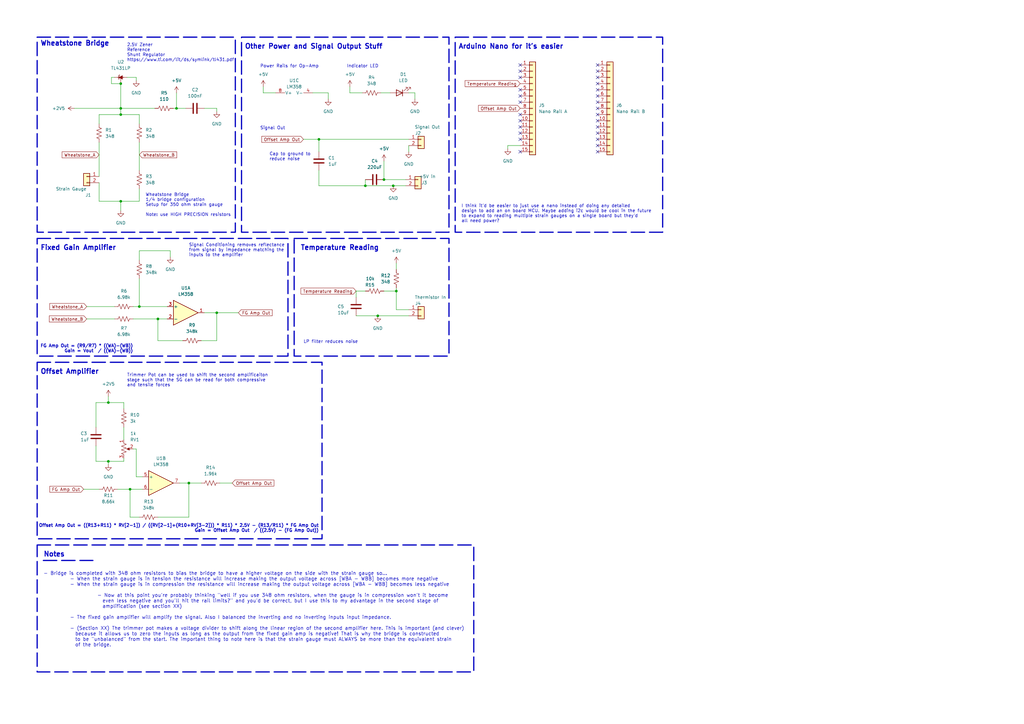
<source format=kicad_sch>
(kicad_sch (version 20230121) (generator eeschema)
  (paper "A3")
  (lib_symbols
    (symbol "Amplifier_Operational:LM358" (pin_names (offset 0.127))
      (property "Reference" "U" (at 0 5.08 0))
      (property "Value" "LM358" (at 0 -5.08 0))
      (symbol "LM358_1_1"
        (polyline (pts (xy -5.08 5.08) (xy 5.08 0) (xy -5.08 -5.08) (xy -5.08 5.08)) (stroke (width 0.254)) (fill (type background)))
        (pin output line (at 7.62 0 180) (length 2.54) (name "~") (number "1"))
        (pin input line (at -7.62 -2.54 0) (length 2.54) (name "-") (number "2"))
        (pin input line (at -7.62 2.54 0) (length 2.54) (name "+") (number "3"))
      )
      (symbol "LM358_2_1"
        (polyline (pts (xy -5.08 5.08) (xy 5.08 0) (xy -5.08 -5.08) (xy -5.08 5.08)) (stroke (width 0.254)) (fill (type background)))
        (pin input line (at -7.62 2.54 0) (length 2.54) (name "+") (number "5"))
        (pin input line (at -7.62 -2.54 0) (length 2.54) (name "-") (number "6"))
        (pin output line (at 7.62 0 180) (length 2.54) (name "~") (number "7"))
      )
      (symbol "LM358_3_1"
        (pin power_in line (at -2.54 -7.62 90) (length 3.81) (name "V-") (number "4"))
        (pin power_in line (at -2.54 7.62 270) (length 3.81) (name "V+") (number "8"))
      )
    )
    (symbol "Connector_Generic:Conn_01x02" (pin_names (offset 1.016) hide)
      (property "Reference" "J" (at 0 2.54 0))
      (property "Value" "Conn_01x02" (at 0 -5.08 0))
      (symbol "Conn_01x02_1_1"
        (rectangle (start -1.27 -2.413) (end 0 -2.667) (stroke (width 0.1524)))
        (rectangle (start -1.27 0.127) (end 0 -0.127) (stroke (width 0.1524)))
        (rectangle (start -1.27 1.27) (end 1.27 -3.81) (stroke (width 0.254)) (fill (type background)))
        (pin passive line (at -5.08 0 0) (length 3.81) (name "Pin_1") (number "1"))
        (pin passive line (at -5.08 -2.54 0) (length 3.81) (name "Pin_2") (number "2"))
      )
    )
    (symbol "Connector_Generic:Conn_01x15" (pin_names (offset 1.016) hide)
      (property "Reference" "J" (at 0 20.32 0))
      (property "Value" "Conn_01x15" (at 0 -20.32 0))
      (symbol "Conn_01x15_1_1"
        (rectangle (start -1.27 -17.653) (end 0 -17.907) (stroke (width 0.1524)))
        (rectangle (start -1.27 -15.113) (end 0 -15.367) (stroke (width 0.1524)))
        (rectangle (start -1.27 -12.573) (end 0 -12.827) (stroke (width 0.1524)))
        (rectangle (start -1.27 -10.033) (end 0 -10.287) (stroke (width 0.1524)))
        (rectangle (start -1.27 -7.493) (end 0 -7.747) (stroke (width 0.1524)))
        (rectangle (start -1.27 -4.953) (end 0 -5.207) (stroke (width 0.1524)))
        (rectangle (start -1.27 -2.413) (end 0 -2.667) (stroke (width 0.1524)))
        (rectangle (start -1.27 0.127) (end 0 -0.127) (stroke (width 0.1524)))
        (rectangle (start -1.27 2.667) (end 0 2.413) (stroke (width 0.1524)))
        (rectangle (start -1.27 5.207) (end 0 4.953) (stroke (width 0.1524)))
        (rectangle (start -1.27 7.747) (end 0 7.493) (stroke (width 0.1524)))
        (rectangle (start -1.27 10.287) (end 0 10.033) (stroke (width 0.1524)))
        (rectangle (start -1.27 12.827) (end 0 12.573) (stroke (width 0.1524)))
        (rectangle (start -1.27 15.367) (end 0 15.113) (stroke (width 0.1524)))
        (rectangle (start -1.27 17.907) (end 0 17.653) (stroke (width 0.1524)))
        (rectangle (start -1.27 19.05) (end 1.27 -19.05) (stroke (width 0.254)) (fill (type background)))
        (pin passive line (at -5.08 17.78 0) (length 3.81) (name "Pin_1") (number "1"))
        (pin passive line (at -5.08 -5.08 0) (length 3.81) (name "Pin_10") (number "10"))
        (pin passive line (at -5.08 -7.62 0) (length 3.81) (name "Pin_11") (number "11"))
        (pin passive line (at -5.08 -10.16 0) (length 3.81) (name "Pin_12") (number "12"))
        (pin passive line (at -5.08 -12.7 0) (length 3.81) (name "Pin_13") (number "13"))
        (pin passive line (at -5.08 -15.24 0) (length 3.81) (name "Pin_14") (number "14"))
        (pin passive line (at -5.08 -17.78 0) (length 3.81) (name "Pin_15") (number "15"))
        (pin passive line (at -5.08 15.24 0) (length 3.81) (name "Pin_2") (number "2"))
        (pin passive line (at -5.08 12.7 0) (length 3.81) (name "Pin_3") (number "3"))
        (pin passive line (at -5.08 10.16 0) (length 3.81) (name "Pin_4") (number "4"))
        (pin passive line (at -5.08 7.62 0) (length 3.81) (name "Pin_5") (number "5"))
        (pin passive line (at -5.08 5.08 0) (length 3.81) (name "Pin_6") (number "6"))
        (pin passive line (at -5.08 2.54 0) (length 3.81) (name "Pin_7") (number "7"))
        (pin passive line (at -5.08 0 0) (length 3.81) (name "Pin_8") (number "8"))
        (pin passive line (at -5.08 -2.54 0) (length 3.81) (name "Pin_9") (number "9"))
      )
    )
    (symbol "Device:C" (pin_numbers hide) (pin_names (offset 0.254))
      (property "Reference" "C" (at 0.635 2.54 0))
      (property "Value" "C" (at 0.635 -2.54 0))
      (symbol "C_0_1"
        (polyline (pts (xy -2.032 -0.762) (xy 2.032 -0.762)) (stroke (width 0.508)))
        (polyline (pts (xy -2.032 0.762) (xy 2.032 0.762)) (stroke (width 0.508)))
      )
      (symbol "C_1_1"
        (pin passive line (at 0 3.81 270) (length 2.794) (name "~") (number "1"))
        (pin passive line (at 0 -3.81 90) (length 2.794) (name "~") (number "2"))
      )
    )
    (symbol "Device:LED" (pin_numbers hide) (pin_names (offset 1.016) hide)
      (property "Reference" "D" (at 0 2.54 0))
      (property "Value" "LED" (at 0 -2.54 0))
      (symbol "LED_0_1"
        (polyline (pts (xy -1.27 -1.27) (xy -1.27 1.27)) (stroke (width 0.254)))
        (polyline (pts (xy -1.27 0) (xy 1.27 0)))
        (polyline (pts (xy 1.27 -1.27) (xy 1.27 1.27) (xy -1.27 0) (xy 1.27 -1.27)) (stroke (width 0.254)))
        (polyline (pts (xy -3.048 -0.762) (xy -4.572 -2.286) (xy -3.81 -2.286) (xy -4.572 -2.286) (xy -4.572 -1.524)))
        (polyline (pts (xy -1.778 -0.762) (xy -3.302 -2.286) (xy -2.54 -2.286) (xy -3.302 -2.286) (xy -3.302 -1.524)))
      )
      (symbol "LED_1_1"
        (pin passive line (at -3.81 0 0) (length 2.54) (name "K") (number "1"))
        (pin passive line (at 3.81 0 180) (length 2.54) (name "A") (number "2"))
      )
    )
    (symbol "Device:R_Potentiometer_US" (pin_names (offset 1.016) hide)
      (property "Reference" "RV" (at -4.445 0 90))
      (property "Value" "R_Potentiometer_US" (at -2.54 0 90))
      (symbol "R_Potentiometer_US_0_1"
        (polyline (pts (xy 0 -2.286) (xy 0 -2.54)))
        (polyline (pts (xy 0 2.54) (xy 0 2.286)))
        (polyline (pts (xy 2.54 0) (xy 1.524 0)))
        (polyline (pts (xy 1.143 0) (xy 2.286 0.508) (xy 2.286 -0.508) (xy 1.143 0)) (fill (type outline)))
        (polyline (pts (xy 0 -0.762) (xy 1.016 -1.143) (xy 0 -1.524) (xy -1.016 -1.905) (xy 0 -2.286)))
        (polyline (pts (xy 0 0.762) (xy 1.016 0.381) (xy 0 0) (xy -1.016 -0.381) (xy 0 -0.762)))
        (polyline (pts (xy 0 2.286) (xy 1.016 1.905) (xy 0 1.524) (xy -1.016 1.143) (xy 0 0.762)))
      )
      (symbol "R_Potentiometer_US_1_1"
        (pin passive line (at 0 3.81 270) (length 1.27) (name "1") (number "1"))
        (pin passive line (at 3.81 0 180) (length 1.27) (name "2") (number "2"))
        (pin passive line (at 0 -3.81 90) (length 1.27) (name "3") (number "3"))
      )
    )
    (symbol "Device:R_US" (pin_numbers hide) (pin_names (offset 0))
      (property "Reference" "R" (at 2.54 0 90))
      (property "Value" "R_US" (at -2.54 0 90))
      (symbol "R_US_0_1"
        (polyline (pts (xy 0 -2.286) (xy 0 -2.54)))
        (polyline (pts (xy 0 2.286) (xy 0 2.54)))
        (polyline (pts (xy 0 -0.762) (xy 1.016 -1.143) (xy 0 -1.524) (xy -1.016 -1.905) (xy 0 -2.286)))
        (polyline (pts (xy 0 0.762) (xy 1.016 0.381) (xy 0 0) (xy -1.016 -0.381) (xy 0 -0.762)))
        (polyline (pts (xy 0 2.286) (xy 1.016 1.905) (xy 0 1.524) (xy -1.016 1.143) (xy 0 0.762)))
      )
      (symbol "R_US_1_1"
        (pin passive line (at 0 3.81 270) (length 1.27) (name "~") (number "1"))
        (pin passive line (at 0 -3.81 90) (length 1.27) (name "~") (number "2"))
      )
    )
    (symbol "Reference_Voltage:TL431LP" (pin_numbers hide) (pin_names hide)
      (property "Reference" "U" (at -2.54 2.54 0))
      (property "Value" "TL431LP" (at 0 -2.54 0))
      (symbol "TL431LP_0_1"
        (polyline (pts (xy -1.27 0) (xy 0 0) (xy 1.27 0)))
        (polyline (pts (xy -0.762 0.762) (xy 0.762 0) (xy -0.762 -0.762)) (fill (type outline)))
        (polyline (pts (xy 0.508 -1.016) (xy 0.762 -0.762) (xy 0.762 0.762) (xy 0.762 0.762)) (stroke (width 0.254)))
      )
      (symbol "TL431LP_1_1"
        (pin passive line (at 0 2.54 270) (length 2.54) (name "REF") (number "1"))
        (pin passive line (at -2.54 0 0) (length 2.54) (name "A") (number "2"))
        (pin passive line (at 2.54 0 180) (length 2.54) (name "K") (number "3"))
      )
    )
    (symbol "power:+2V5" (power) (pin_names (offset 0))
      (property "Value" "+2V5" (at 0 3.556 0))
      (symbol "+2V5_0_1"
        (polyline (pts (xy -0.762 1.27) (xy 0 2.54)))
        (polyline (pts (xy 0 0) (xy 0 2.54)))
        (polyline (pts (xy 0 2.54) (xy 0.762 1.27)))
      )
      (symbol "+2V5_1_1"
        (pin power_in line (at 0 0 90) (length 0) hide (name "+2V5") (number "1"))
      )
    )
    (symbol "power:+5V" (power) (pin_names (offset 0))
      (property "Value" "+5V" (at 0 3.556 0))
      (symbol "+5V_0_1"
        (polyline (pts (xy -0.762 1.27) (xy 0 2.54)))
        (polyline (pts (xy 0 0) (xy 0 2.54)))
        (polyline (pts (xy 0 2.54) (xy 0.762 1.27)))
      )
      (symbol "+5V_1_1"
        (pin power_in line (at 0 0 90) (length 0) hide (name "+5V") (number "1"))
      )
    )
    (symbol "power:GND" (power) (pin_names (offset 0))
      (property "Value" "GND" (at 0 -3.81 0))
      (symbol "GND_0_1"
        (polyline (pts (xy 0 0) (xy 0 -1.27) (xy 1.27 -1.27) (xy 0 -2.54) (xy -1.27 -1.27) (xy 0 -1.27)))
      )
      (symbol "GND_1_1"
        (pin power_in line (at 0 0 270) (length 0) hide (name "GND") (number "1"))
      )
    )
  )
  (junction (at 49.53 46.99))
  (junction (at 88.9 128.27))
  (junction (at 154.94 129.54))
  (junction (at 57.15 125.73))
  (junction (at 49.53 34.29))
  (junction (at 149.86 76.2))
  (junction (at 162.56 119.38))
  (junction (at 44.45 189.23))
  (junction (at 64.77 130.81))
  (junction (at 44.45 165.1))
  (junction (at 49.53 44.45))
  (junction (at 53.34 200.66))
  (junction (at 77.47 198.12))
  (junction (at 161.29 76.2))
  (junction (at 49.53 82.55))
  (junction (at 157.48 73.66))
  (junction (at 72.39 44.45))
  (junction (at 130.81 57.15))
  (no_connect (at 245.11 44.45))
  (no_connect (at 213.36 49.53))
  (no_connect (at 245.11 41.91))
  (no_connect (at 213.36 62.23))
  (no_connect (at 213.36 36.83))
  (no_connect (at 213.36 26.67))
  (no_connect (at 245.11 62.23))
  (no_connect (at 213.36 39.37))
  (no_connect (at 245.11 49.53))
  (no_connect (at 213.36 54.61))
  (no_connect (at 245.11 31.75))
  (no_connect (at 213.36 46.99))
  (no_connect (at 245.11 59.69))
  (no_connect (at 245.11 29.21))
  (no_connect (at 245.11 57.15))
  (no_connect (at 245.11 54.61))
  (no_connect (at 213.36 29.21))
  (no_connect (at 245.11 39.37))
  (no_connect (at 245.11 46.99))
  (no_connect (at 245.11 26.67))
  (no_connect (at 245.11 36.83))
  (no_connect (at 213.36 41.91))
  (no_connect (at 213.36 52.07))
  (no_connect (at 245.11 52.07))
  (no_connect (at 213.36 57.15))
  (no_connect (at 245.11 34.29))
  (no_connect (at 213.36 31.75))
  (wire (pts (xy 162.56 107.95) (xy 162.56 110.49)))
  (wire (pts (xy 130.81 57.15) (xy 130.81 62.23)))
  (wire (pts (xy 143.51 35.56) (xy 143.51 38.1)))
  (wire (pts (xy 167.64 59.69) (xy 167.64 62.23)))
  (wire (pts (xy 53.34 200.66) (xy 58.42 200.66)))
  (wire (pts (xy 167.64 127) (xy 162.56 127)))
  (wire (pts (xy 40.64 74.93) (xy 40.64 82.55)))
  (wire (pts (xy 39.37 165.1) (xy 44.45 165.1)))
  (wire (pts (xy 107.95 35.56) (xy 107.95 38.1)))
  (wire (pts (xy 57.15 58.42) (xy 57.15 69.85)))
  (wire (pts (xy 130.81 57.15) (xy 167.64 57.15)))
  (wire (pts (xy 44.45 189.23) (xy 39.37 189.23)))
  (wire (pts (xy 90.17 198.12) (xy 95.25 198.12)))
  (wire (pts (xy 57.15 77.47) (xy 57.15 82.55)))
  (wire (pts (xy 39.37 189.23) (xy 39.37 182.88)))
  (wire (pts (xy 107.95 38.1) (xy 113.03 38.1)))
  (wire (pts (xy 157.48 66.04) (xy 157.48 73.66)))
  (wire (pts (xy 83.82 128.27) (xy 88.9 128.27)))
  (wire (pts (xy 64.77 130.81) (xy 68.58 130.81)))
  (wire (pts (xy 53.34 212.09) (xy 53.34 200.66)))
  (wire (pts (xy 57.15 106.68) (xy 57.15 102.87)))
  (wire (pts (xy 54.61 184.15) (xy 55.88 184.15)))
  (wire (pts (xy 40.64 58.42) (xy 40.64 72.39)))
  (wire (pts (xy 88.9 45.72) (xy 88.9 44.45)))
  (wire (pts (xy 49.53 82.55) (xy 49.53 86.36)))
  (wire (pts (xy 69.85 102.87) (xy 69.85 105.41)))
  (wire (pts (xy 55.88 31.75) (xy 55.88 33.02)))
  (wire (pts (xy 50.8 165.1) (xy 50.8 167.64)))
  (wire (pts (xy 55.88 184.15) (xy 55.88 195.58)))
  (wire (pts (xy 162.56 127) (xy 162.56 119.38)))
  (wire (pts (xy 44.45 162.56) (xy 44.45 165.1)))
  (wire (pts (xy 49.53 44.45) (xy 49.53 46.99)))
  (wire (pts (xy 40.64 46.99) (xy 49.53 46.99)))
  (wire (pts (xy 49.53 46.99) (xy 57.15 46.99)))
  (wire (pts (xy 48.26 200.66) (xy 53.34 200.66)))
  (wire (pts (xy 77.47 198.12) (xy 82.55 198.12)))
  (wire (pts (xy 134.62 38.1) (xy 134.62 40.64)))
  (wire (pts (xy 208.28 59.69) (xy 213.36 59.69)))
  (wire (pts (xy 55.88 195.58) (xy 58.42 195.58)))
  (wire (pts (xy 154.94 129.54) (xy 167.64 129.54)))
  (wire (pts (xy 88.9 128.27) (xy 97.79 128.27)))
  (wire (pts (xy 50.8 187.96) (xy 50.8 189.23)))
  (wire (pts (xy 88.9 139.7) (xy 82.55 139.7)))
  (wire (pts (xy 35.56 125.73) (xy 46.99 125.73)))
  (wire (pts (xy 46.99 31.75) (xy 45.72 31.75)))
  (wire (pts (xy 35.56 130.81) (xy 46.99 130.81)))
  (wire (pts (xy 149.86 73.66) (xy 149.86 76.2)))
  (wire (pts (xy 50.8 189.23) (xy 44.45 189.23)))
  (wire (pts (xy 130.81 76.2) (xy 149.86 76.2)))
  (wire (pts (xy 49.53 44.45) (xy 63.5 44.45)))
  (wire (pts (xy 45.72 31.75) (xy 45.72 34.29)))
  (wire (pts (xy 130.81 69.85) (xy 130.81 76.2)))
  (wire (pts (xy 156.21 38.1) (xy 160.02 38.1)))
  (wire (pts (xy 49.53 82.55) (xy 57.15 82.55)))
  (wire (pts (xy 128.27 38.1) (xy 134.62 38.1)))
  (wire (pts (xy 72.39 38.1) (xy 72.39 44.45)))
  (wire (pts (xy 45.72 34.29) (xy 49.53 34.29)))
  (wire (pts (xy 146.05 129.54) (xy 154.94 129.54)))
  (wire (pts (xy 49.53 34.29) (xy 49.53 44.45)))
  (wire (pts (xy 146.05 121.92) (xy 146.05 119.38)))
  (wire (pts (xy 34.29 200.66) (xy 40.64 200.66)))
  (wire (pts (xy 40.64 82.55) (xy 49.53 82.55)))
  (wire (pts (xy 73.66 198.12) (xy 77.47 198.12)))
  (wire (pts (xy 50.8 175.26) (xy 50.8 180.34)))
  (wire (pts (xy 44.45 165.1) (xy 50.8 165.1)))
  (wire (pts (xy 44.45 189.23) (xy 44.45 190.5)))
  (wire (pts (xy 170.18 38.1) (xy 170.18 40.64)))
  (wire (pts (xy 74.93 139.7) (xy 64.77 139.7)))
  (wire (pts (xy 149.86 76.2) (xy 161.29 76.2)))
  (wire (pts (xy 88.9 44.45) (xy 83.82 44.45)))
  (wire (pts (xy 124.46 57.15) (xy 130.81 57.15)))
  (wire (pts (xy 54.61 130.81) (xy 64.77 130.81)))
  (wire (pts (xy 39.37 175.26) (xy 39.37 165.1)))
  (wire (pts (xy 143.51 38.1) (xy 148.59 38.1)))
  (wire (pts (xy 57.15 46.99) (xy 57.15 50.8)))
  (wire (pts (xy 64.77 139.7) (xy 64.77 130.81)))
  (wire (pts (xy 40.64 46.99) (xy 40.64 50.8)))
  (wire (pts (xy 57.15 114.3) (xy 57.15 125.73)))
  (wire (pts (xy 157.48 73.66) (xy 166.37 73.66)))
  (wire (pts (xy 64.77 212.09) (xy 77.47 212.09)))
  (wire (pts (xy 146.05 119.38) (xy 149.86 119.38)))
  (wire (pts (xy 57.15 212.09) (xy 53.34 212.09)))
  (wire (pts (xy 57.15 125.73) (xy 68.58 125.73)))
  (wire (pts (xy 208.28 60.96) (xy 208.28 59.69)))
  (wire (pts (xy 77.47 212.09) (xy 77.47 198.12)))
  (wire (pts (xy 30.48 44.45) (xy 49.53 44.45)))
  (wire (pts (xy 52.07 31.75) (xy 55.88 31.75)))
  (wire (pts (xy 161.29 76.2) (xy 166.37 76.2)))
  (wire (pts (xy 57.15 102.87) (xy 69.85 102.87)))
  (wire (pts (xy 71.12 44.45) (xy 72.39 44.45)))
  (wire (pts (xy 162.56 119.38) (xy 162.56 118.11)))
  (wire (pts (xy 88.9 128.27) (xy 88.9 139.7)))
  (wire (pts (xy 157.48 119.38) (xy 162.56 119.38)))
  (wire (pts (xy 72.39 44.45) (xy 76.2 44.45)))
  (wire (pts (xy 167.64 38.1) (xy 170.18 38.1)))
  (wire (pts (xy 54.61 125.73) (xy 57.15 125.73)))
  (rectangle (start 186.69 15.24) (end 271.78 95.25) (stroke (width 0.5) (type dash)))
  (rectangle (start 99.06 15.24) (end 184.15 95.25) (stroke (width 0.5) (type dash)))
  (rectangle (start 15.24 15.24) (end 96.52 95.25) (stroke (width 0.5) (type dash)))
  (rectangle (start 15.24 97.79) (end 118.11 146.05) (stroke (width 0.5) (type dash)))
  (rectangle (start 17.78 229.87) (end 38.1 229.87) (stroke (width 0.5) (type dash)))
  (rectangle (start 120.65 97.79) (end 184.15 146.05) (stroke (width 0.5) (type dash)))
  (rectangle (start 15.24 148.59) (end 132.08 220.98) (stroke (width 0.5) (type dash)))
  (rectangle (start 15.24 223.52) (end 194.31 275.59) (stroke (width 0.5) (type dash)))
  (text "- Bridge is completed with 348 ohm resistors to bias the bridge to have a higher voltage on the side with the strain gauge so...\n		- When the strain gauge is in tension the resistance will increase making the output voltage across [WBA - WBB] becomes more negative\n		- When the strain gauge is in compression the resistance will increase making the output voltage across [WBA - WBB] becomes less negative\n\n				- Now at this point you're probably thinking \"well if you use 348 ohm resistors, when the gauge is in compression won't it become \n				  even less negative and you'll hit the rail limits?\" and you'd be correct, but I use this to my advantage in the second stage of \n				  amplification (see section XX)\n\n		- The fixed gain amplifier will amplify the signal. Also I balanced the inverting and no inverting inputs input impedance. \n\n		- (Section XX) The trimmer pot makes a voltage divider to shift along the linear region of the second amplifier here. This is important (and clever)\n		  because it allows us to zero the inputs as long as the output from the fixed gain amp is negative! That is why the bridge is constructed\n		  to be \"unbalanced\" from the start. The important thing to note here is that the strain gauge must ALWAYS be more than the equivalent strain \n		  of the bridge. " (at 17.78 265.43 0) (effects (font (size 1.4 1.4)) (justify left bottom)))
  (text "Cap to ground to \nreduce noise" (at 110.49 66.04 0) (effects (font (size 1.27 1.27)) (justify left bottom)))
  (text "Offset Amplifier" (at 16.51 153.67 0) (effects (font (size 2 2) (thickness 0.4) bold) (justify left bottom)))
  (text "Fixed Gain Amplifier" (at 16.51 102.87 0) (effects (font (size 2 2) (thickness 0.4) bold) (justify left bottom)))
  (text "Wheatstone Bridge\n1/4 bridge configuration\nSetup for 350 ohm strain gauge\n\nNote: use HIGH PRECISION resistors\n" (at 59.69 88.9 0) (effects (font (size 1.27 1.27)) (justify left bottom)))
  (text "FG Amp Out = (R9/R7) * ((WA)-(WB))\n      Gain = Vout  / ((WA)-(WB))" (at 54.61 144.78 0) (effects (font (size 1.27 1.27) (thickness 0.254) bold) (justify right bottom)))
  (text "Arduino Nano for it's easier" (at 187.96 20.32 0) (effects (font (size 2 2) (thickness 0.4) bold) (justify left bottom)))
  (text "2.5V Zener \nReference\nShunt Regulator\nhttps://www.ti.com/lit/ds/symlink/tl431.pdf" (at 52.07 25.4 0) (effects (font (size 1.27 1.27)) (justify left bottom)))
  (text "Signal Out" (at 106.68 53.34 0) (effects (font (size 1.27 1.27)) (justify left bottom)))
  (text "Signal Conditioning removes reflectance\nfrom signal by impedance matching the\ninputs to the amplifier" (at 77.47 105.41 0) (effects (font (size 1.27 1.27)) (justify left bottom)))
  (text "Indicator LED" (at 142.24 27.94 0) (effects (font (size 1.27 1.27)) (justify left bottom)))
  (text "Trimmer Pot can be used to shift the second amplificaiton\nstage such that the SG can be read for both compressive\nand tensile forces" (at 52.07 158.75 0) (effects (font (size 1.27 1.27)) (justify left bottom)))
  (text "Notes\n" (at 17.78 228.6 0) (effects (font (size 2 2) (thickness 0.4) bold) (justify left bottom)))
  (text "Other Power and Signal Output Stuff" (at 100.33 20.32 0) (effects (font (size 2 2) (thickness 0.4) bold) (justify left bottom)))
  (text "I think it'd be easier to just use a nano instead of doing any detailed\ndesign to add an on board MCU. Maybe adding i2c would be cool in the future\nto expand to reading multiple strain gauges on a single board but they'd \nall need power?" (at 189.23 91.44 0) (effects (font (size 1.27 1.27)) (justify left bottom)))
  (text "Temperature Reading" (at 123.19 102.87 0) (effects (font (size 2 2) (thickness 0.4) bold) (justify left bottom)))
  (text "Offset Amp Out = ((R13+R11) * RV[2-1]) / ((RV[2-1]+(R10+RV[3-2])) * R11) * 2.5V - (R13/R11) * FG Amp Out\n      														Gain = Offset Amp Out  / ((2.5V) - (FG Amp Out))" (at 130.81 218.44 0) (effects (font (size 1.27 1.27) (thickness 0.254) bold) (justify right bottom)))
  (text "LP filter reduces noise" (at 124.46 140.97 0) (effects (font (size 1.27 1.27)) (justify left bottom)))
  (text "Power Rails for Op-Amp" (at 106.68 27.94 0) (effects (font (size 1.27 1.27)) (justify left bottom)))
  (text "Wheatstone Bridge" (at 16.51 19.05 0) (effects (font (size 2 2) (thickness 0.4) bold) (justify left bottom)))
  (global_label "Temperature Reading" (shape input) (at 146.05 119.38 180) (property "Intersheetrefs" "${INTERSHEET_REFS}" (effects hide)))
  (global_label "Wheatstone_A" (shape input) (at 40.64 63.5 180) (property "Intersheetrefs" "${INTERSHEET_REFS}" (effects hide)))
  (global_label "Offset Amp Out" (shape input) (at 95.25 198.12 0) (property "Intersheetrefs" "${INTERSHEET_REFS}" (effects hide)))
  (global_label "Offset Amp Out" (shape input) (at 124.46 57.15 180) (property "Intersheetrefs" "${INTERSHEET_REFS}" (effects hide)))
  (global_label "Wheatstone_B" (shape input) (at 35.56 130.81 180) (property "Intersheetrefs" "${INTERSHEET_REFS}" (effects hide)))
  (global_label "Offset Amp Out" (shape input) (at 213.36 44.45 180) (property "Intersheetrefs" "${INTERSHEET_REFS}" (effects hide)))
  (global_label "FG Amp Out" (shape input) (at 34.29 200.66 180) (property "Intersheetrefs" "${INTERSHEET_REFS}" (effects hide)))
  (global_label "Wheatstone_B" (shape input) (at 57.15 63.5 0) (property "Intersheetrefs" "${INTERSHEET_REFS}" (effects hide)))
  (global_label "FG Amp Out" (shape input) (at 97.79 128.27 0) (property "Intersheetrefs" "${INTERSHEET_REFS}" (effects hide)))
  (global_label "Wheatstone_A" (shape input) (at 35.56 125.73 180) (property "Intersheetrefs" "${INTERSHEET_REFS}" (effects hide)))
  (global_label "Temperature Reading" (shape input) (at 213.36 34.29 180) (property "Intersheetrefs" "${INTERSHEET_REFS}" (effects hide)))
  (symbol (lib_id "Connector_Generic:Conn_01x15") (at 250.19 44.45 0) (unit 1)
    (property "Reference" "J6" (at 252.73 43.18 0) (effects (justify left)))
    (property "Value" "Nano Rail B" (at 252.73 45.72 0) (effects (justify left)))
    (property "Footprint" "Connector_PinSocket_2.54mm:PinSocket_1x15_P2.54mm_Vertical" (effects hide))
  )
  (symbol (lib_id "Amplifier_Operational:LM358") (at 66.04 198.12 0) (unit 2)
    (property "Reference" "U1" (at 66.04 187.96 0))
    (property "Value" "LM358" (at 66.04 190.5 0))
    (property "Footprint" "Package_DIP:DIP-8_W7.62mm" (effects hide))
    (property "Datasheet" "http://www.ti.com/lit/ds/symlink/lm2904-n.pdf" (effects hide))
  )
  (symbol (lib_id "power:GND") (at 88.9 45.72 0) (unit 1)
    (property "Reference" "#PWR02" (effects hide))
    (property "Value" "GND" (at 88.9 50.8 0))
  )
  (symbol (lib_id "Connector_Generic:Conn_01x02") (at 35.56 72.39 0) (mirror y) (unit 1)
    (property "Reference" "J1" (at 36.195 80.01 0))
    (property "Value" "Strain Gauge" (at 29.21 77.47 0))
    (property "Footprint" "TerminalBlock_Phoenix:TerminalBlock_Phoenix_MKDS-1,5-2-5.08_1x02_P5.08mm_Horizontal" (effects hide))
  )
  (symbol (lib_id "Device:R_US") (at 67.31 44.45 90) (unit 1)
    (property "Reference" "R5" (at 67.31 38.1 90))
    (property "Value" "110" (at 67.31 40.64 90))
    (property "Footprint" "Resistor_SMD:R_1206_3216Metric" (effects hide))
  )
  (symbol (lib_id "Device:R_US") (at 44.45 200.66 90) (unit 1)
    (property "Reference" "R11" (at 44.45 203.2 90))
    (property "Value" "8.66k" (at 44.45 205.74 90))
    (property "Footprint" "Resistor_SMD:R_1206_3216Metric" (effects hide))
  )
  (symbol (lib_id "Device:R_US") (at 78.74 139.7 270) (unit 1)
    (property "Reference" "R9" (at 78.74 133.35 90))
    (property "Value" "348k" (at 78.74 135.89 90))
    (property "Footprint" "Resistor_SMD:R_1206_3216Metric" (effects hide))
  )
  (symbol (lib_id "power:+5V") (at 107.95 35.56 0) (unit 1)
    (property "Reference" "#PWR09" (effects hide))
    (property "Value" "+5V" (at 107.95 30.48 0))
  )
  (symbol (lib_id "Device:R_US") (at 40.64 54.61 0) (unit 1)
    (property "Reference" "R1" (at 43.18 53.34 0) (effects (justify left)))
    (property "Value" "348" (at 43.18 55.88 0) (effects (justify left)))
    (property "Footprint" "LED_SMD:LED_1206_3216Metric" (effects hide))
  )
  (symbol (lib_id "power:+5V") (at 157.48 66.04 0) (unit 1)
    (property "Reference" "#PWR013" (effects hide))
    (property "Value" "+5V" (at 157.48 60.96 0))
  )
  (symbol (lib_id "Device:R_Potentiometer_US") (at 50.8 184.15 0) (unit 1)
    (property "Reference" "RV1" (at 57.15 180.34 0) (effects (justify right)))
    (property "Value" "1k" (at 55.88 177.8 0) (effects (justify right)))
    (property "Footprint" "Potentiometer_THT:Potentiometer_Bourns_3266Y_Vertical" (effects hide))
  )
  (symbol (lib_id "power:GND") (at 134.62 40.64 0) (unit 1)
    (property "Reference" "#PWR010" (effects hide))
    (property "Value" "GND" (at 134.62 45.72 0))
  )
  (symbol (lib_id "Device:R_US") (at 60.96 212.09 270) (unit 1)
    (property "Reference" "R13" (at 60.96 205.74 90))
    (property "Value" "348k" (at 60.96 208.28 90))
    (property "Footprint" "Resistor_SMD:R_1206_3216Metric" (effects hide))
  )
  (symbol (lib_id "power:+2V5") (at 44.45 162.56 0) (unit 1)
    (property "Reference" "#PWR07" (effects hide))
    (property "Value" "+2V5" (at 44.45 157.48 0))
  )
  (symbol (lib_id "Device:C") (at 146.05 125.73 180) (unit 1)
    (property "Reference" "C5" (at 138.43 125.73 0) (effects (justify right)))
    (property "Value" "10uF" (at 138.43 128.27 0) (effects (justify right)))
    (property "Footprint" "Capacitor_SMD:C_1206_3216Metric" (effects hide))
  )
  (symbol (lib_id "power:GND") (at 44.45 190.5 0) (unit 1)
    (property "Reference" "#PWR08" (effects hide))
    (property "Value" "GND" (at 44.45 195.58 0))
  )
  (symbol (lib_id "Device:R_US") (at 50.8 171.45 0) (unit 1)
    (property "Reference" "R10" (at 53.34 170.18 0) (effects (justify left)))
    (property "Value" "3k" (at 53.34 172.72 0) (effects (justify left)))
    (property "Footprint" "Resistor_SMD:R_1206_3216Metric" (effects hide))
  )
  (symbol (lib_id "Device:R_US") (at 86.36 198.12 270) (unit 1)
    (property "Reference" "R14" (at 86.36 191.77 90))
    (property "Value" "1.96k" (at 86.36 194.31 90))
    (property "Footprint" "Resistor_SMD:R_1206_3216Metric" (effects hide))
  )
  (symbol (lib_id "Device:R_US") (at 50.8 125.73 90) (unit 1)
    (property "Reference" "R6" (at 50.8 119.38 90))
    (property "Value" "6.98k" (at 50.8 121.92 90))
    (property "Footprint" "Resistor_SMD:R_1206_3216Metric" (effects hide))
  )
  (symbol (lib_id "Amplifier_Operational:LM358") (at 76.2 128.27 0) (unit 1)
    (property "Reference" "U1" (at 76.2 118.11 0))
    (property "Value" "LM358" (at 76.2 120.65 0))
    (property "Footprint" "Package_DIP:DIP-8_W7.62mm" (effects hide))
    (property "Datasheet" "http://www.ti.com/lit/ds/symlink/lm2904-n.pdf" (effects hide))
  )
  (symbol (lib_id "Device:R_US") (at 57.15 110.49 180) (unit 1)
    (property "Reference" "R8" (at 59.69 109.22 0) (effects (justify right)))
    (property "Value" "348k" (at 59.69 111.76 0) (effects (justify right)))
    (property "Footprint" "Resistor_SMD:R_1206_3216Metric" (effects hide))
  )
  (symbol (lib_id "Connector_Generic:Conn_01x15") (at 218.44 44.45 0) (unit 1)
    (property "Reference" "J5" (at 220.98 43.18 0) (effects (justify left)))
    (property "Value" "Nano Rail A" (at 220.98 45.72 0) (effects (justify left)))
    (property "Footprint" "Connector_PinSocket_2.54mm:PinSocket_1x15_P2.54mm_Vertical" (effects hide))
  )
  (symbol (lib_id "Reference_Voltage:TL431LP") (at 49.53 31.75 180) (unit 1)
    (property "Reference" "U2" (at 49.53 25.4 0))
    (property "Value" "TL431LP" (at 49.53 27.94 0))
    (property "Footprint" "Package_TO_SOT_THT:TO-92_Inline" (effects hide))
    (property "Datasheet" "http://www.ti.com/lit/ds/symlink/tl431.pdf" (effects hide))
  )
  (symbol (lib_id "Device:C") (at 130.81 66.04 0) (unit 1)
    (property "Reference" "C1" (at 134.62 64.77 0) (effects (justify left)))
    (property "Value" "1uF" (at 134.62 67.31 0) (effects (justify left)))
    (property "Footprint" "Capacitor_SMD:C_1206_3216Metric" (effects hide))
  )
  (symbol (lib_id "power:GND") (at 55.88 33.02 0) (unit 1)
    (property "Reference" "#PWR01" (effects hide))
    (property "Value" "GND" (at 55.88 38.1 0))
  )
  (symbol (lib_id "Device:R_US") (at 57.15 54.61 0) (unit 1)
    (property "Reference" "R2" (at 59.69 53.34 0) (effects (justify left)))
    (property "Value" "348" (at 59.69 55.88 0) (effects (justify left)))
    (property "Footprint" "Resistor_SMD:R_1206_3216Metric" (effects hide))
  )
  (symbol (lib_id "power:GND") (at 167.64 62.23 0) (unit 1)
    (property "Reference" "#PWR014" (effects hide))
    (property "Value" "GND" (at 167.64 67.31 0))
  )
  (symbol (lib_id "Connector_Generic:Conn_01x02") (at 172.72 57.15 0) (unit 1)
    (property "Reference" "J2" (at 171.45 54.61 0))
    (property "Value" "Signal Out" (at 175.26 52.07 0))
    (property "Footprint" "TerminalBlock_Phoenix:TerminalBlock_Phoenix_MKDS-1,5-2-5.08_1x02_P5.08mm_Horizontal" (effects hide))
  )
  (symbol (lib_id "Device:C") (at 80.01 44.45 90) (unit 1)
    (property "Reference" "C2" (at 80.01 36.83 90))
    (property "Value" "100nF" (at 80.01 39.37 90))
    (property "Footprint" "Capacitor_SMD:C_1206_3216Metric" (effects hide))
  )
  (symbol (lib_id "power:GND") (at 208.28 60.96 0) (unit 1)
    (property "Reference" "#PWR018" (effects hide))
    (property "Value" "GND" (at 208.28 66.04 0))
  )
  (symbol (lib_id "Device:R_US") (at 152.4 38.1 90) (unit 1)
    (property "Reference" "R4" (at 152.4 31.75 90))
    (property "Value" "348" (at 152.4 34.29 90))
    (property "Footprint" "Resistor_SMD:R_1206_3216Metric" (effects hide))
  )
  (symbol (lib_id "power:+5V") (at 143.51 35.56 0) (unit 1)
    (property "Reference" "#PWR011" (effects hide))
    (property "Value" "+5V" (at 143.51 30.48 0))
  )
  (symbol (lib_id "power:GND") (at 49.53 86.36 0) (unit 1)
    (property "Reference" "#PWR05" (effects hide))
    (property "Value" "GND" (at 49.53 91.44 0))
  )
  (symbol (lib_id "Device:R_US") (at 50.8 130.81 90) (unit 1)
    (property "Reference" "R7" (at 50.8 134.62 90))
    (property "Value" "6.98k" (at 50.8 137.16 90))
    (property "Footprint" "Resistor_SMD:R_1206_3216Metric" (effects hide))
  )
  (symbol (lib_id "power:GND") (at 69.85 105.41 0) (unit 1)
    (property "Reference" "#PWR06" (effects hide))
    (property "Value" "GND" (at 69.85 110.49 0))
  )
  (symbol (lib_id "power:+5V") (at 162.56 107.95 0) (unit 1)
    (property "Reference" "#PWR016" (effects hide))
    (property "Value" "+5V" (at 162.56 102.87 0))
  )
  (symbol (lib_id "power:GND") (at 161.29 76.2 0) (unit 1)
    (property "Reference" "#PWR015" (effects hide))
    (property "Value" "GND" (at 161.29 81.28 0))
  )
  (symbol (lib_id "Device:R_US") (at 57.15 73.66 0) (unit 1)
    (property "Reference" "R3" (at 59.69 72.39 0) (effects (justify left)))
    (property "Value" "348" (at 59.69 74.93 0) (effects (justify left)))
    (property "Footprint" "Resistor_SMD:R_1206_3216Metric" (effects hide))
  )
  (symbol (lib_id "power:+5V") (at 72.39 38.1 0) (unit 1)
    (property "Reference" "#PWR03" (effects hide))
    (property "Value" "+5V" (at 72.39 33.02 0))
  )
  (symbol (lib_id "power:GND") (at 170.18 40.64 0) (unit 1)
    (property "Reference" "#PWR012" (effects hide))
    (property "Value" "GND" (at 170.18 45.72 0))
  )
  (symbol (lib_id "Device:C") (at 153.67 73.66 90) (unit 1)
    (property "Reference" "C4" (at 153.67 66.04 90))
    (property "Value" "220uF" (at 153.67 68.58 90))
    (property "Footprint" "Capacitor_SMD:C_1206_3216Metric" (effects hide))
  )
  (symbol (lib_id "power:+2V5") (at 30.48 44.45 90) (unit 1)
    (property "Reference" "#PWR04" (effects hide))
    (property "Value" "+2V5" (at 26.67 44.45 90) (effects (justify left)))
  )
  (symbol (lib_id "Device:R_US") (at 162.56 114.3 0) (unit 1)
    (property "Reference" "R12" (at 156.21 113.03 0) (effects (justify left)))
    (property "Value" "348" (at 156.21 115.57 0) (effects (justify left)))
    (property "Footprint" "Resistor_SMD:R_1206_3216Metric" (effects hide))
  )
  (symbol (lib_id "Amplifier_Operational:LM358") (at 120.65 35.56 90) (unit 3)
    (property "Reference" "U1" (at 120.65 33.02 90))
    (property "Value" "LM358" (at 120.65 35.56 90))
    (property "Footprint" "Package_DIP:DIP-8_W7.62mm" (effects hide))
    (property "Datasheet" "http://www.ti.com/lit/ds/symlink/lm2904-n.pdf" (effects hide))
  )
  (symbol (lib_id "Device:C") (at 39.37 179.07 0) (unit 1)
    (property "Reference" "C3" (at 33.02 177.8 0) (effects (justify left)))
    (property "Value" "1uF" (at 33.02 180.34 0) (effects (justify left)))
    (property "Footprint" "Capacitor_SMD:C_1206_3216Metric" (effects hide))
  )
  (symbol (lib_id "Device:LED") (at 163.83 38.1 180) (unit 1)
    (property "Reference" "D1" (at 165.4175 30.48 0))
    (property "Value" "LED" (at 165.4175 33.02 0))
    (property "Footprint" "LED_SMD:LED_1206_3216Metric" (effects hide))
  )
  (symbol (lib_id "Connector_Generic:Conn_01x02") (at 171.45 73.66 0) (unit 1)
    (property "Reference" "J3" (at 173.99 74.93 0))
    (property "Value" "+5V in" (at 175.26 72.39 0))
    (property "Footprint" "Connector_BarrelJack:BarrelJack_CUI_PJ-063AH_Horizontal" (effects hide))
  )
  (symbol (lib_id "Device:R_US") (at 153.67 119.38 90) (unit 1)
    (property "Reference" "R15" (at 153.67 116.84 90) (effects (justify left)))
    (property "Value" "10k" (at 153.67 114.3 90) (effects (justify left)))
    (property "Footprint" "Resistor_SMD:R_1206_3216Metric" (effects hide))
  )
  (symbol (lib_id "power:GND") (at 154.94 129.54 0) (unit 1)
    (property "Reference" "#PWR017" (effects hide))
    (property "Value" "GND" (at 154.94 134.62 0))
  )
  (symbol (lib_id "Connector_Generic:Conn_01x02") (at 172.72 127 0) (unit 1)
    (property "Reference" "J4" (at 171.45 124.46 0))
    (property "Value" "Thermistor In" (at 176.53 121.92 0))
    (property "Footprint" "TerminalBlock_Phoenix:TerminalBlock_Phoenix_MKDS-1,5-2-5.08_1x02_P5.08mm_Horizontal" (effects hide))
  )
)
</source>
